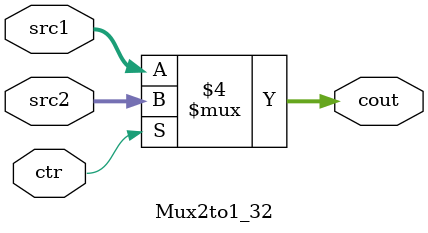
<source format=v>
`timescale 100fs/100fs
module Mux2to1_32(src1,src2,cout,ctr);

input ctr;
input [31:0]  src1, src2;
output reg [31:0] cout;

always @(src1,src2,ctr)
begin
    if (ctr==0)
        cout = src1;
    else
        cout = src2;
end
endmodule





</source>
